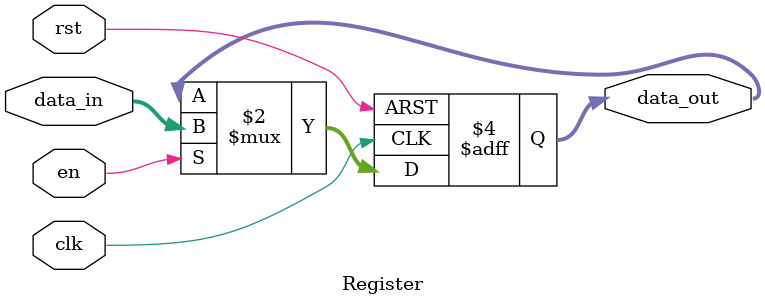
<source format=v>
module Register (
    input [15:0] data_in,
    input rst, clk, en, 
    output reg [15:0] data_out
);
    always @(posedge clk or posedge rst) begin
        if (rst) data_out <= 16'b0;
        else if (en) 
            data_out <= data_in;
    end
endmodule
</source>
